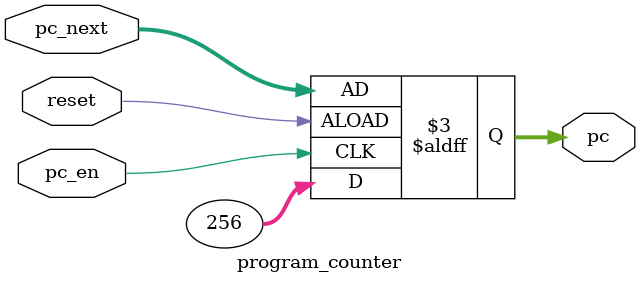
<source format=sv>
module program_counter #(
    parameter PROGRAM_START = 9'h100
) (
    input logic reset,
    input logic [31:0] pc_next,
    input logic pc_en,
    output logic [31:0] pc
);
  always_ff @(posedge pc_en, posedge reset) begin
    if (!reset) begin
      pc <= PROGRAM_START;
    end else begin
      pc <= pc_next;
    end
  end
endmodule

</source>
